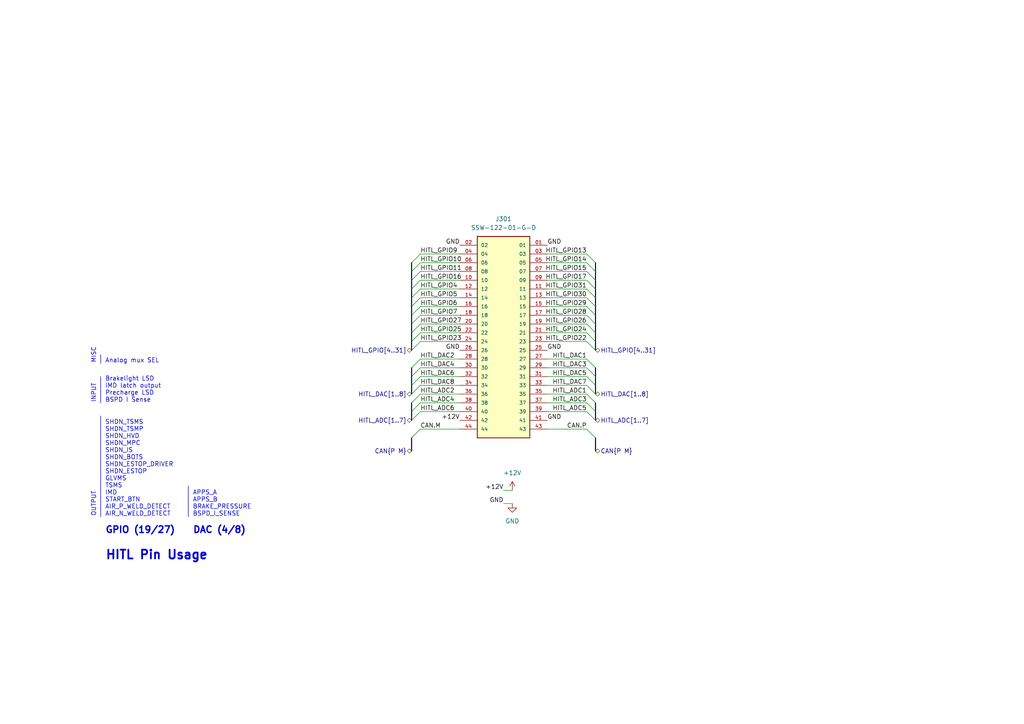
<source format=kicad_sch>
(kicad_sch (version 20211123) (generator eeschema)
  (paper "A4")
  (lib_symbols
    (symbol "formula:SSW-122-01-G-D" (pin_names (offset 1.016))
      (property "Reference" "J" (at -8.128 30.48 0))
      (property "Value" "SSW-122-01-G-D" (at -7.62 -30.48 0))
      (symbol "SSW-122-01-G-D_0_0"
        (rectangle (start -7.62 -27.94) (end 7.62 30.48) (stroke (width 0.254)) (fill (type background)))
        (pin passive line (at 12.7 27.94 180) (length 5.08) (name "01") (number "01"))
        (pin passive line (at -12.7 27.94 0) (length 5.08) (name "02") (number "02"))
        (pin passive line (at 12.7 25.4 180) (length 5.08) (name "03") (number "03"))
        (pin passive line (at -12.7 25.4 0) (length 5.08) (name "04") (number "04"))
        (pin passive line (at 12.7 22.86 180) (length 5.08) (name "05") (number "05"))
        (pin passive line (at -12.7 22.86 0) (length 5.08) (name "06") (number "06"))
        (pin passive line (at 12.7 20.32 180) (length 5.08) (name "07") (number "07"))
        (pin passive line (at -12.7 20.32 0) (length 5.08) (name "08") (number "08"))
        (pin passive line (at 12.7 17.78 180) (length 5.08) (name "09") (number "09"))
        (pin passive line (at -12.7 17.78 0) (length 5.08) (name "10") (number "10"))
        (pin passive line (at 12.7 15.24 180) (length 5.08) (name "11") (number "11"))
        (pin passive line (at -12.7 15.24 0) (length 5.08) (name "12") (number "12"))
        (pin passive line (at 12.7 12.7 180) (length 5.08) (name "13") (number "13"))
        (pin passive line (at -12.7 12.7 0) (length 5.08) (name "14") (number "14"))
        (pin passive line (at 12.7 10.16 180) (length 5.08) (name "15") (number "15"))
        (pin passive line (at -12.7 10.16 0) (length 5.08) (name "16") (number "16"))
        (pin passive line (at 12.7 7.62 180) (length 5.08) (name "17") (number "17"))
        (pin passive line (at -12.7 7.62 0) (length 5.08) (name "18") (number "18"))
        (pin passive line (at 12.7 5.08 180) (length 5.08) (name "19") (number "19"))
        (pin passive line (at -12.7 5.08 0) (length 5.08) (name "20") (number "20"))
        (pin passive line (at 12.7 2.54 180) (length 5.08) (name "21") (number "21"))
        (pin passive line (at -12.7 2.54 0) (length 5.08) (name "22") (number "22"))
        (pin passive line (at 12.7 0 180) (length 5.08) (name "23") (number "23"))
        (pin passive line (at -12.7 0 0) (length 5.08) (name "24") (number "24"))
        (pin passive line (at 12.7 -2.54 180) (length 5.08) (name "25") (number "25"))
        (pin passive line (at -12.7 -2.54 0) (length 5.08) (name "26") (number "26"))
        (pin passive line (at 12.7 -5.08 180) (length 5.08) (name "27") (number "27"))
        (pin passive line (at -12.7 -5.08 0) (length 5.08) (name "28") (number "28"))
        (pin passive line (at 12.7 -7.62 180) (length 5.08) (name "29") (number "29"))
        (pin passive line (at -12.7 -7.62 0) (length 5.08) (name "30") (number "30"))
        (pin passive line (at 12.7 -10.16 180) (length 5.08) (name "31") (number "31"))
        (pin passive line (at -12.7 -10.16 0) (length 5.08) (name "32") (number "32"))
        (pin passive line (at 12.7 -12.7 180) (length 5.08) (name "33") (number "33"))
        (pin passive line (at -12.7 -12.7 0) (length 5.08) (name "34") (number "34"))
        (pin passive line (at 12.7 -15.24 180) (length 5.08) (name "35") (number "35"))
        (pin passive line (at -12.7 -15.24 0) (length 5.08) (name "36") (number "36"))
        (pin passive line (at 12.7 -17.78 180) (length 5.08) (name "37") (number "37"))
        (pin passive line (at -12.7 -17.78 0) (length 5.08) (name "38") (number "38"))
        (pin passive line (at 12.7 -20.32 180) (length 5.08) (name "39") (number "39"))
        (pin passive line (at -12.7 -20.32 0) (length 5.08) (name "40") (number "40"))
        (pin passive line (at 12.7 -22.86 180) (length 5.08) (name "41") (number "41"))
        (pin passive line (at -12.7 -22.86 0) (length 5.08) (name "42") (number "42"))
        (pin passive line (at 12.7 -25.4 180) (length 5.08) (name "43") (number "43"))
        (pin passive line (at -12.7 -25.4 0) (length 5.08) (name "44") (number "44"))
      )
    )
    (symbol "power:+12V" (power) (pin_names (offset 0))
      (property "Value" "+12V" (at 0 3.556 0))
      (symbol "+12V_0_1"
        (polyline (pts (xy -0.762 1.27) (xy 0 2.54)))
        (polyline (pts (xy 0 0) (xy 0 2.54)))
        (polyline (pts (xy 0 2.54) (xy 0.762 1.27)))
      )
      (symbol "+12V_1_1"
        (pin power_in line (at 0 0 90) (length 0) hide (name "+12V") (number "1"))
      )
    )
    (symbol "power:GND" (power) (pin_names (offset 0))
      (property "Value" "GND" (at 0 -3.81 0))
      (symbol "GND_0_1"
        (polyline (pts (xy 0 0) (xy 0 -1.27) (xy 1.27 -1.27) (xy 0 -2.54) (xy -1.27 -1.27) (xy 0 -1.27)))
      )
      (symbol "GND_1_1"
        (pin power_in line (at 0 0 270) (length 0) hide (name "GND") (number "1"))
      )
    )
  )
  (bus_entry (at 121.92 78.74) (size -2.54 2.54))
  (bus_entry (at 121.92 86.36) (size -2.54 2.54))
  (bus_entry (at 121.92 96.52) (size -2.54 2.54))
  (bus_entry (at 170.18 119.38) (size 2.54 2.54))
  (bus_entry (at 121.92 119.38) (size -2.54 2.54))
  (bus_entry (at 121.92 116.84) (size -2.54 2.54))
  (bus_entry (at 170.18 93.98) (size 2.54 2.54))
  (bus_entry (at 170.18 109.22) (size 2.54 2.54))
  (bus_entry (at 170.18 81.28) (size 2.54 2.54))
  (bus_entry (at 121.92 81.28) (size -2.54 2.54))
  (bus_entry (at 170.18 83.82) (size 2.54 2.54))
  (bus_entry (at 170.18 76.2) (size 2.54 2.54))
  (bus_entry (at 121.92 91.44) (size -2.54 2.54))
  (bus_entry (at 121.92 93.98) (size -2.54 2.54))
  (bus_entry (at 170.18 96.52) (size 2.54 2.54))
  (bus_entry (at 170.18 106.68) (size 2.54 2.54))
  (bus_entry (at 170.18 111.76) (size 2.54 2.54))
  (bus_entry (at 121.92 111.76) (size -2.54 2.54))
  (bus_entry (at 170.18 78.74) (size 2.54 2.54))
  (bus_entry (at 170.18 104.14) (size 2.54 2.54))
  (bus_entry (at 170.18 86.36) (size 2.54 2.54))
  (bus_entry (at 121.92 106.68) (size -2.54 2.54))
  (bus_entry (at 121.92 109.22) (size -2.54 2.54))
  (bus_entry (at 121.92 83.82) (size -2.54 2.54))
  (bus_entry (at 170.18 88.9) (size 2.54 2.54))
  (bus_entry (at 121.92 99.06) (size -2.54 2.54))
  (bus_entry (at 170.18 91.44) (size 2.54 2.54))
  (bus_entry (at 170.18 116.84) (size 2.54 2.54))
  (bus_entry (at 170.18 99.06) (size 2.54 2.54))
  (bus_entry (at 121.92 104.14) (size -2.54 2.54))
  (bus_entry (at 121.92 73.66) (size -2.54 2.54))
  (bus_entry (at 121.92 114.3) (size -2.54 2.54))
  (bus_entry (at 121.92 76.2) (size -2.54 2.54))
  (bus_entry (at 121.92 124.46) (size -2.54 2.54))
  (bus_entry (at 121.92 88.9) (size -2.54 2.54))
  (bus_entry (at 170.18 124.46) (size 2.54 2.54))
  (bus_entry (at 170.18 73.66) (size 2.54 2.54))
  (bus_entry (at 170.18 114.3) (size 2.54 2.54))
  (bus (pts (xy 172.72 119.38) (xy 172.72 121.92)))
  (wire (pts (xy 121.92 114.3) (xy 133.35 114.3)))
  (wire (pts (xy 121.92 93.98) (xy 133.35 93.98)))
  (wire (pts (xy 121.92 86.36) (xy 133.35 86.36)))
  (bus (pts (xy 119.38 96.52) (xy 119.38 99.06)))
  (wire (pts (xy 121.92 73.66) (xy 133.35 73.66)))
  (wire (pts (xy 158.75 96.52) (xy 170.18 96.52)))
  (wire (pts (xy 158.75 119.38) (xy 170.18 119.38)))
  (bus (pts (xy 172.72 86.36) (xy 172.72 88.9)))
  (wire (pts (xy 121.92 96.52) (xy 133.35 96.52)))
  (wire (pts (xy 121.92 104.14) (xy 133.35 104.14)))
  (wire (pts (xy 158.75 116.84) (xy 170.18 116.84)))
  (wire (pts (xy 121.92 124.46) (xy 133.35 124.46)))
  (wire (pts (xy 158.75 73.66) (xy 170.18 73.66)))
  (wire (pts (xy 158.75 109.22) (xy 170.18 109.22)))
  (wire (pts (xy 121.92 81.28) (xy 133.35 81.28)))
  (bus (pts (xy 172.72 111.76) (xy 172.72 114.3)))
  (wire (pts (xy 158.75 104.14) (xy 170.18 104.14)))
  (bus (pts (xy 119.38 88.9) (xy 119.38 91.44)))
  (bus (pts (xy 119.38 93.98) (xy 119.38 96.52)))
  (wire (pts (xy 146.05 142.24) (xy 148.59 142.24)))
  (bus (pts (xy 172.72 83.82) (xy 172.72 86.36)))
  (bus (pts (xy 172.72 116.84) (xy 172.72 119.38)))
  (bus (pts (xy 172.72 127) (xy 172.72 130.81)))
  (wire (pts (xy 121.92 99.06) (xy 133.35 99.06)))
  (wire (pts (xy 121.92 116.84) (xy 133.35 116.84)))
  (bus (pts (xy 172.72 106.68) (xy 172.72 109.22)))
  (polyline (pts (xy 29.21 102.87) (xy 29.21 105.41)) (stroke (width 0) (type solid)))
  (wire (pts (xy 121.92 78.74) (xy 133.35 78.74)))
  (bus (pts (xy 119.38 116.84) (xy 119.38 119.38)))
  (wire (pts (xy 121.92 88.9) (xy 133.35 88.9)))
  (wire (pts (xy 121.92 83.82) (xy 133.35 83.82)))
  (bus (pts (xy 172.72 91.44) (xy 172.72 93.98)))
  (bus (pts (xy 119.38 99.06) (xy 119.38 101.6)))
  (wire (pts (xy 121.92 76.2) (xy 133.35 76.2)))
  (bus (pts (xy 119.38 81.28) (xy 119.38 83.82)))
  (polyline (pts (xy 29.21 109.22) (xy 29.21 116.84)) (stroke (width 0) (type solid)))
  (bus (pts (xy 119.38 91.44) (xy 119.38 93.98)))
  (wire (pts (xy 158.75 93.98) (xy 170.18 93.98)))
  (wire (pts (xy 121.92 111.76) (xy 133.35 111.76)))
  (bus (pts (xy 172.72 78.74) (xy 172.72 81.28)))
  (bus (pts (xy 172.72 93.98) (xy 172.72 96.52)))
  (bus (pts (xy 172.72 96.52) (xy 172.72 99.06)))
  (bus (pts (xy 172.72 88.9) (xy 172.72 91.44)))
  (wire (pts (xy 158.75 124.46) (xy 170.18 124.46)))
  (wire (pts (xy 158.75 99.06) (xy 170.18 99.06)))
  (wire (pts (xy 121.92 91.44) (xy 133.35 91.44)))
  (wire (pts (xy 158.75 81.28) (xy 170.18 81.28)))
  (wire (pts (xy 158.75 111.76) (xy 170.18 111.76)))
  (bus (pts (xy 172.72 99.06) (xy 172.72 101.6)))
  (wire (pts (xy 158.75 91.44) (xy 170.18 91.44)))
  (bus (pts (xy 172.72 81.28) (xy 172.72 83.82)))
  (wire (pts (xy 158.75 76.2) (xy 170.18 76.2)))
  (polyline (pts (xy 54.61 140.97) (xy 54.61 149.86)) (stroke (width 0) (type solid)))
  (bus (pts (xy 172.72 109.22) (xy 172.72 111.76)))
  (bus (pts (xy 172.72 76.2) (xy 172.72 78.74)))
  (bus (pts (xy 119.38 127) (xy 119.38 130.81)))
  (wire (pts (xy 121.92 109.22) (xy 133.35 109.22)))
  (wire (pts (xy 158.75 88.9) (xy 170.18 88.9)))
  (wire (pts (xy 158.75 114.3) (xy 170.18 114.3)))
  (bus (pts (xy 119.38 86.36) (xy 119.38 88.9)))
  (bus (pts (xy 119.38 83.82) (xy 119.38 86.36)))
  (wire (pts (xy 158.75 83.82) (xy 170.18 83.82)))
  (bus (pts (xy 119.38 119.38) (xy 119.38 121.92)))
  (bus (pts (xy 119.38 111.76) (xy 119.38 114.3)))
  (wire (pts (xy 158.75 106.68) (xy 170.18 106.68)))
  (wire (pts (xy 158.75 78.74) (xy 170.18 78.74)))
  (bus (pts (xy 119.38 106.68) (xy 119.38 109.22)))
  (wire (pts (xy 121.92 106.68) (xy 133.35 106.68)))
  (polyline (pts (xy 29.21 120.65) (xy 29.21 149.86)) (stroke (width 0) (type solid)))
  (wire (pts (xy 121.92 119.38) (xy 133.35 119.38)))
  (wire (pts (xy 158.75 86.36) (xy 170.18 86.36)))
  (wire (pts (xy 146.05 146.05) (xy 148.59 146.05)))
  (bus (pts (xy 119.38 76.2) (xy 119.38 78.74)))
  (bus (pts (xy 119.38 109.22) (xy 119.38 111.76)))
  (bus (pts (xy 119.38 78.74) (xy 119.38 81.28)))
  (text "MISC" (at 27.94 105.41 90) (effects (font (size 1.27 1.27)) (justify left bottom)))
  (text "Brakelight LSD\nIMD latch output\nPrecharge LSD\nBSPD I Sense" (at 30.48 116.84 0) (effects (font (size 1.27 1.27)) (justify left bottom)))
  (text "APPS_A\nAPPS_B\nBRAKE_PRESSURE\nBSPD_I_SENSE" (at 55.88 149.86 0) (effects (font (size 1.27 1.27)) (justify left bottom)))
  (text "SHDN_TSMS\nSHDN_TSMP\nSHDN_HVD\nSHDN_MPC\nSHDN_IS\nSHDN_BOTS\nSHDN_ESTOP_DRIVER\nSHDN_ESTOP\nGLVMS\nTSMS\nIMD\nSTART_BTN\nAIR_P_WELD_DETECT\nAIR_N_WELD_DETECT" (at 30.48 149.86 0) (effects (font (size 1.27 1.27)) (justify left bottom)))
  (text "GPIO (19/27)" (at 30.48 154.94 0) (effects (font (size 1.905 1.905) bold) (justify left bottom)))
  (text "INPUT" (at 27.94 116.84 90) (effects (font (size 1.27 1.27)) (justify left bottom)))
  (text "DAC (4/8)" (at 55.88 154.94 0) (effects (font (size 1.905 1.905) bold) (justify left bottom)))
  (text "OUTPUT" (at 27.94 149.86 90) (effects (font (size 1.27 1.27)) (justify left bottom)))
  (text "HITL Pin Usage" (at 30.48 162.56 0) (effects (font (size 2.54 2.54) (thickness 0.508) bold) (justify left bottom)))
  (text "Analog mux SEL" (at 30.48 105.41 0) (effects (font (size 1.27 1.27)) (justify left bottom)))
  (label "HITL_ADC6" (at 121.92 119.38 0))
  (label "HITL_GPIO16" (at 121.92 81.28 0))
  (label "GND" (at 133.35 71.12 180))
  (label "HITL_GPIO30" (at 170.18 86.36 180))
  (label "HITL_GPIO23" (at 121.92 99.06 0))
  (label "HITL_GPIO22" (at 170.18 99.06 180))
  (label "HITL_DAC8" (at 121.92 111.76 0))
  (label "HITL_DAC2" (at 121.92 104.14 0))
  (label "HITL_DAC6" (at 121.92 109.22 0))
  (label "HITL_GPIO13" (at 170.18 73.66 180))
  (label "HITL_GPIO15" (at 170.18 78.74 180))
  (label "GND" (at 146.05 146.05 180))
  (label "+12V" (at 146.05 142.24 180))
  (label "HITL_GPIO5" (at 121.92 86.36 0))
  (label "HITL_DAC1" (at 170.18 104.14 180))
  (label "GND" (at 158.75 101.6 0))
  (label "HITL_ADC4" (at 121.92 116.84 0))
  (label "GND" (at 133.35 101.6 180))
  (label "HITL_GPIO31" (at 170.18 83.82 180))
  (label "HITL_DAC5" (at 170.18 109.22 180))
  (label "CAN.P" (at 170.18 124.46 180))
  (label "+12V" (at 133.35 121.92 180))
  (label "CAN.M" (at 121.92 124.46 0))
  (label "HITL_GPIO9" (at 121.92 73.66 0))
  (label "GND" (at 158.75 121.92 0))
  (label "HITL_GPIO17" (at 170.18 81.28 180))
  (label "HITL_GPIO10" (at 121.92 76.2 0))
  (label "HITL_GPIO29" (at 170.18 88.9 180))
  (label "HITL_ADC5" (at 170.18 119.38 180))
  (label "HITL_GPIO4" (at 121.92 83.82 0))
  (label "HITL_GPIO26" (at 170.18 93.98 180))
  (label "HITL_GPIO25" (at 121.92 96.52 0))
  (label "GND" (at 158.75 71.12 0))
  (label "HITL_GPIO11" (at 121.92 78.74 0))
  (label "HITL_ADC1" (at 170.18 114.3 180))
  (label "HITL_DAC3" (at 170.18 106.68 180))
  (label "HITL_ADC3" (at 170.18 116.84 180))
  (label "HITL_GPIO24" (at 170.18 96.52 180))
  (label "HITL_GPIO7" (at 121.92 91.44 0))
  (label "HITL_GPIO14" (at 170.18 76.2 180))
  (label "HITL_GPIO6" (at 121.92 88.9 0))
  (label "HITL_GPIO27" (at 121.92 93.98 0))
  (label "HITL_DAC4" (at 121.92 106.68 0))
  (label "HITL_GPIO28" (at 170.18 91.44 180))
  (label "HITL_ADC2" (at 121.92 114.3 0))
  (label "HITL_DAC7" (at 170.18 111.76 180))
  (hierarchical_label "HITL_GPIO[4..31]" (shape bidirectional) (at 172.72 101.6 0))
  (hierarchical_label "HITL_GPIO[4..31]" (shape bidirectional) (at 119.38 101.6 180))
  (hierarchical_label "HITL_DAC[1..8]" (shape bidirectional) (at 172.72 114.3 0))
  (hierarchical_label "HITL_ADC[1..7]" (shape bidirectional) (at 119.38 121.92 180))
  (hierarchical_label "CAN{P M}" (shape bidirectional) (at 172.72 130.81 0))
  (hierarchical_label "HITL_ADC[1..7]" (shape bidirectional) (at 172.72 121.92 0))
  (hierarchical_label "CAN{P M}" (shape bidirectional) (at 119.38 130.81 180))
  (hierarchical_label "HITL_DAC[1..8]" (shape bidirectional) (at 119.38 114.3 180))
  (symbol (lib_id "formula:SSW-122-01-G-D") (at 146.05 99.06 0) (unit 1)
    (property "Reference" "J301" (at 146.05 63.5 0))
    (property "Value" "SSW-122-01-G-D" (at 146.05 66.04 0))
    (property "Footprint" "footprints:SAMTEC_SSW-122-01-G-D" (effects hide))
    (property "MFN" "Samtec" (effects hide))
    (property "MPN" "SSW-122-01-G-D" (effects hide))
    (property "PurchasingLink" "https://www.digikey.com/en/products/detail/samtec-inc/SSW-122-01-G-D/1112036" (effects hide))
  )
  (symbol (lib_id "power:+12V") (at 148.59 142.24 0) (unit 1)
    (property "Reference" "#PWR?" (effects hide))
    (property "Value" "+12V" (at 148.59 137.16 0))
  )
  (symbol (lib_id "power:GND") (at 148.59 146.05 0) (unit 1)
    (property "Reference" "#PWR?" (effects hide))
    (property "Value" "GND" (at 148.59 151.13 0))
  )
)
</source>
